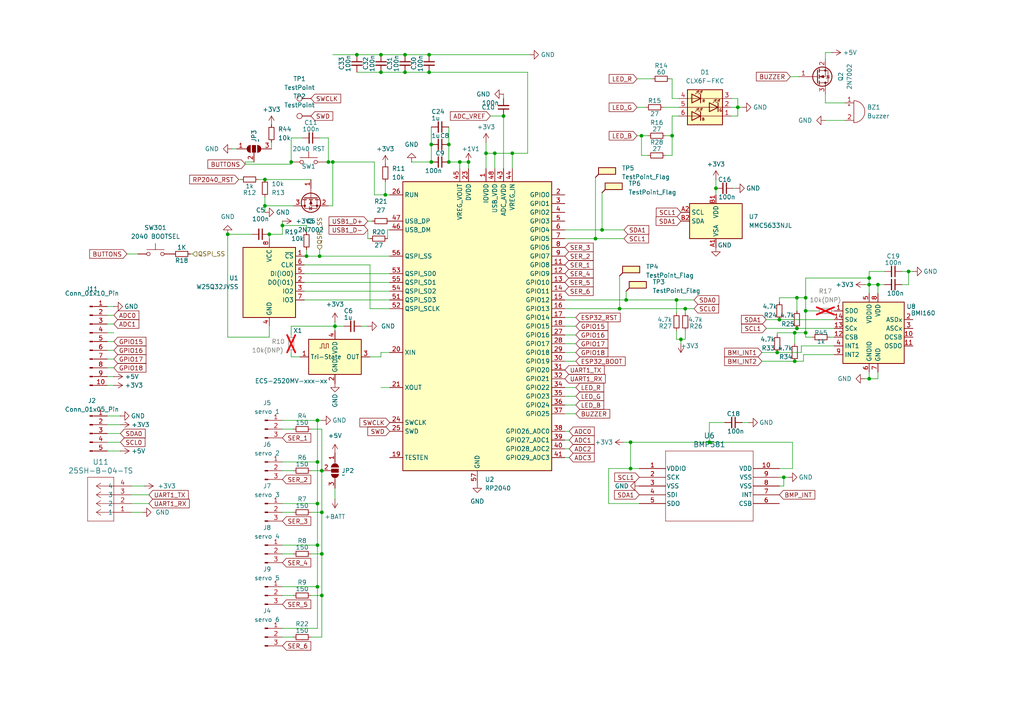
<source format=kicad_sch>
(kicad_sch (version 20231120) (generator "eeschema") (generator_version "8.0")
  (paper "A4")
  (junction (at 135.89 46.99))
  (junction (at 254.635 82.55))
  (junction (at 130.175 46.99))
  (junction (at 227.33 138.43))
  (junction (at 231.14 86.36))
  (junction (at 111.76 56.515))
  (junction (at 198.755 89.535))
  (junction (at 117.475 20.955))
  (junction (at 186.055 39.37))
  (junction (at 181.61 86.995))
  (junction (at 182.88 135.89))
  (junction (at 140.97 44.45))
  (junction (at 207.645 54.61))
  (junction (at 110.49 20.955))
  (junction (at 197.485 98.425))
  (junction (at 196.215 86.995))
  (junction (at 182.88 128.27))
  (junction (at 92.075 158.115))
  (junction (at 226.06 92.71))
  (junction (at 179.705 89.535))
  (junction (at 92.075 133.985))
  (junction (at 117.475 15.875))
  (junction (at 225.425 102.235))
  (junction (at 110.49 15.875))
  (junction (at 95.25 46.99))
  (junction (at 81.915 65.405))
  (junction (at 124.46 15.875))
  (junction (at 213.995 31.115))
  (junction (at 148.59 44.45))
  (junction (at 78.105 67.945))
  (junction (at 194.945 39.37))
  (junction (at 84.455 46.99))
  (junction (at 96.52 46.99))
  (junction (at 92.075 121.92))
  (junction (at 233.68 96.52))
  (junction (at 92.075 170.18))
  (junction (at 93.345 136.525))
  (junction (at 146.05 33.655))
  (junction (at 88.9 74.295))
  (junction (at 233.68 90.17))
  (junction (at 130.175 41.91))
  (junction (at 124.46 20.955))
  (junction (at 125.095 46.99))
  (junction (at 230.505 96.52))
  (junction (at 231.14 95.25))
  (junction (at 143.51 44.45))
  (junction (at 252.095 109.855))
  (junction (at 97.155 94.615))
  (junction (at 205.74 128.27))
  (junction (at 66.04 67.945))
  (junction (at 93.345 172.72))
  (junction (at 125.095 41.91))
  (junction (at 252.095 82.55))
  (junction (at 76.835 59.69))
  (junction (at 133.35 46.99))
  (junction (at 263.525 78.74))
  (junction (at 93.345 160.655))
  (junction (at 93.345 148.59))
  (junction (at 172.72 69.215))
  (junction (at 252.095 80.645))
  (junction (at 92.075 146.05))
  (junction (at 92.71 74.295))
  (junction (at 174.625 66.675))
  (junction (at 76.835 52.07))
  (junction (at 230.505 104.775))
  (junction (at 103.505 15.875))
  (junction (at 233.68 86.36))
  (wire (pts (xy 88.265 74.295) (xy 88.9 74.295)))
  (wire (pts (xy 194.945 45.085) (xy 194.945 39.37)))
  (wire (pts (xy 81.915 136.525) (xy 85.09 136.525)))
  (wire (pts (xy 103.505 15.875) (xy 110.49 15.875)))
  (wire (pts (xy 231.14 86.36) (xy 233.68 86.36)))
  (wire (pts (xy 222.25 92.71) (xy 226.06 92.71)))
  (wire (pts (xy 213.995 33.655) (xy 213.995 31.115)))
  (wire (pts (xy 239.395 15.24) (xy 239.395 17.145)))
  (wire (pts (xy 229.235 22.225) (xy 231.775 22.225)))
  (wire (pts (xy 33.02 109.22) (xy 31.115 109.22)))
  (wire (pts (xy 31.115 104.14) (xy 33.02 104.14)))
  (wire (pts (xy 93.345 124.46) (xy 93.345 136.525)))
  (wire (pts (xy 106.68 69.215) (xy 106.68 66.675)))
  (wire (pts (xy 92.71 72.39) (xy 92.71 74.295)))
  (wire (pts (xy 107.315 103.505) (xy 110.49 103.505)))
  (wire (pts (xy 167.005 102.235) (xy 163.83 102.235)))
  (wire (pts (xy 88.9 65.405) (xy 81.915 65.405)))
  (wire (pts (xy 31.115 91.44) (xy 33.02 91.44)))
  (wire (pts (xy 198.755 98.425) (xy 197.485 98.425)))
  (wire (pts (xy 196.215 98.425) (xy 196.215 95.885)))
  (wire (pts (xy 31.115 93.98) (xy 33.02 93.98)))
  (wire (pts (xy 130.175 36.83) (xy 130.175 41.91)))
  (wire (pts (xy 71.12 46.99) (xy 73.66 46.99)))
  (wire (pts (xy 163.83 69.215) (xy 172.72 69.215)))
  (wire (pts (xy 92.075 121.92) (xy 92.075 133.985)))
  (wire (pts (xy 241.3 15.24) (xy 239.395 15.24)))
  (wire (pts (xy 148.59 44.45) (xy 153.035 44.45)))
  (wire (pts (xy 92.075 146.05) (xy 81.915 146.05)))
  (wire (pts (xy 84.455 102.235) (xy 84.455 103.505)))
  (wire (pts (xy 117.475 20.955) (xy 124.46 20.955)))
  (wire (pts (xy 92.075 158.115) (xy 92.075 146.05)))
  (wire (pts (xy 167.005 104.775) (xy 163.83 104.775)))
  (wire (pts (xy 81.915 133.985) (xy 92.075 133.985)))
  (wire (pts (xy 110.49 112.395) (xy 113.03 112.395)))
  (wire (pts (xy 88.9 74.295) (xy 92.71 74.295)))
  (wire (pts (xy 81.915 170.18) (xy 92.075 170.18)))
  (wire (pts (xy 230.505 96.52) (xy 233.68 96.52)))
  (wire (pts (xy 182.88 135.89) (xy 182.88 128.27)))
  (wire (pts (xy 229.87 135.89) (xy 226.06 135.89)))
  (wire (pts (xy 227.33 138.43) (xy 228.6 138.43)))
  (wire (pts (xy 92.71 74.295) (xy 113.03 74.295)))
  (wire (pts (xy 33.02 88.9) (xy 31.115 88.9)))
  (wire (pts (xy 193.04 45.085) (xy 194.945 45.085)))
  (wire (pts (xy 194.945 22.86) (xy 194.31 22.86)))
  (wire (pts (xy 125.095 36.83) (xy 125.095 41.91)))
  (wire (pts (xy 76.835 52.07) (xy 90.17 52.07)))
  (wire (pts (xy 97.155 144.78) (xy 97.155 141.605)))
  (wire (pts (xy 252.095 82.55) (xy 254.635 82.55)))
  (wire (pts (xy 87.63 40.005) (xy 84.455 40.005)))
  (wire (pts (xy 78.74 41.275) (xy 78.74 43.18)))
  (wire (pts (xy 233.68 96.52) (xy 233.68 97.79)))
  (wire (pts (xy 43.18 146.05) (xy 38.1 146.05)))
  (wire (pts (xy 31.115 99.06) (xy 33.02 99.06)))
  (wire (pts (xy 76.835 59.69) (xy 85.09 59.69)))
  (wire (pts (xy 43.18 143.51) (xy 38.1 143.51)))
  (wire (pts (xy 90.17 136.525) (xy 93.345 136.525)))
  (wire (pts (xy 240.665 97.79) (xy 241.935 97.79)))
  (wire (pts (xy 213.36 54.61) (xy 212.725 54.61)))
  (wire (pts (xy 230.505 96.52) (xy 230.505 99.695)))
  (wire (pts (xy 107.95 64.135) (xy 106.68 64.135)))
  (wire (pts (xy 163.83 130.175) (xy 165.1 130.175)))
  (wire (pts (xy 226.06 86.36) (xy 231.14 86.36)))
  (wire (pts (xy 167.005 117.475) (xy 163.83 117.475)))
  (wire (pts (xy 197.485 99.695) (xy 197.485 98.425)))
  (wire (pts (xy 66.04 97.79) (xy 66.04 67.945)))
  (wire (pts (xy 93.345 136.525) (xy 93.345 148.59)))
  (wire (pts (xy 84.455 97.155) (xy 84.455 94.615)))
  (wire (pts (xy 254.635 109.855) (xy 252.095 109.855)))
  (wire (pts (xy 233.045 104.775) (xy 233.045 102.87)))
  (wire (pts (xy 111.76 56.515) (xy 111.76 52.705)))
  (wire (pts (xy 167.005 94.615) (xy 163.83 94.615)))
  (wire (pts (xy 194.945 33.655) (xy 196.85 33.655)))
  (wire (pts (xy 97.155 94.615) (xy 97.155 95.885)))
  (wire (pts (xy 66.04 67.945) (xy 73.025 67.945)))
  (wire (pts (xy 130.175 41.91) (xy 130.175 46.99)))
  (wire (pts (xy 233.68 97.79) (xy 235.585 97.79)))
  (wire (pts (xy 34.925 125.73) (xy 31.115 125.73)))
  (wire (pts (xy 213.995 28.575) (xy 213.995 31.115)))
  (wire (pts (xy 110.49 20.955) (xy 117.475 20.955)))
  (wire (pts (xy 263.525 82.55) (xy 263.525 78.74)))
  (wire (pts (xy 142.24 33.655) (xy 146.05 33.655)))
  (wire (pts (xy 117.475 15.875) (xy 124.46 15.875)))
  (wire (pts (xy 179.705 89.535) (xy 163.83 89.535)))
  (wire (pts (xy 67.31 43.18) (xy 68.58 43.18)))
  (wire (pts (xy 163.83 66.675) (xy 174.625 66.675)))
  (wire (pts (xy 81.915 65.405) (xy 81.915 64.135)))
  (wire (pts (xy 88.9 72.39) (xy 88.9 74.295)))
  (wire (pts (xy 231.14 86.36) (xy 231.14 90.17)))
  (wire (pts (xy 233.045 102.87) (xy 241.935 102.87)))
  (wire (pts (xy 222.25 95.25) (xy 231.14 95.25)))
  (wire (pts (xy 95.25 59.69) (xy 96.52 59.69)))
  (wire (pts (xy 97.155 93.345) (xy 97.155 94.615)))
  (wire (pts (xy 194.945 39.37) (xy 193.04 39.37)))
  (wire (pts (xy 41.275 148.59) (xy 38.1 148.59)))
  (wire (pts (xy 256.54 78.74) (xy 252.095 78.74)))
  (wire (pts (xy 96.52 59.69) (xy 96.52 46.99)))
  (wire (pts (xy 85.09 148.59) (xy 81.915 148.59)))
  (wire (pts (xy 108.585 56.515) (xy 108.585 46.99)))
  (wire (pts (xy 167.005 92.075) (xy 163.83 92.075)))
  (wire (pts (xy 167.005 97.155) (xy 163.83 97.155)))
  (wire (pts (xy 187.96 45.085) (xy 186.055 45.085)))
  (wire (pts (xy 90.17 172.72) (xy 93.345 172.72)))
  (wire (pts (xy 71.12 47.625) (xy 84.455 47.625)))
  (wire (pts (xy 74.93 52.07) (xy 76.835 52.07)))
  (wire (pts (xy 81.915 121.92) (xy 92.075 121.92)))
  (wire (pts (xy 217.17 122.555) (xy 215.265 122.555)))
  (wire (pts (xy 34.925 123.19) (xy 31.115 123.19)))
  (wire (pts (xy 205.74 122.555) (xy 205.74 128.27)))
  (wire (pts (xy 97.155 94.615) (xy 99.695 94.615)))
  (wire (pts (xy 81.915 182.245) (xy 92.075 182.245)))
  (wire (pts (xy 163.83 125.095) (xy 165.1 125.095)))
  (wire (pts (xy 252.095 80.645) (xy 252.095 82.55)))
  (wire (pts (xy 78.105 69.215) (xy 78.105 67.945)))
  (wire (pts (xy 227.33 140.97) (xy 227.33 138.43)))
  (wire (pts (xy 125.095 41.91) (xy 125.095 46.99)))
  (wire (pts (xy 135.89 46.99) (xy 133.35 46.99)))
  (wire (pts (xy 213.995 31.115) (xy 212.09 31.115)))
  (wire (pts (xy 263.525 78.74) (xy 264.795 78.74)))
  (wire (pts (xy 229.87 128.27) (xy 229.87 135.89)))
  (wire (pts (xy 254.635 82.55) (xy 254.635 85.09)))
  (wire (pts (xy 95.25 46.99) (xy 94.615 46.99)))
  (wire (pts (xy 226.06 87.63) (xy 226.06 86.36)))
  (wire (pts (xy 76.835 59.69) (xy 76.835 57.15)))
  (wire (pts (xy 90.17 148.59) (xy 93.345 148.59)))
  (wire (pts (xy 55.245 73.66) (xy 55.88 73.66)))
  (wire (pts (xy 176.53 146.05) (xy 176.53 135.89)))
  (wire (pts (xy 124.46 20.955) (xy 153.035 20.955)))
  (wire (pts (xy 261.62 82.55) (xy 263.525 82.55)))
  (wire (pts (xy 81.915 158.115) (xy 92.075 158.115)))
  (wire (pts (xy 95.25 40.005) (xy 95.25 46.99)))
  (wire (pts (xy 107.315 89.535) (xy 113.03 89.535)))
  (wire (pts (xy 106.68 94.615) (xy 104.775 94.615)))
  (wire (pts (xy 252.095 109.855) (xy 252.095 107.95)))
  (wire (pts (xy 81.915 67.945) (xy 78.105 67.945)))
  (wire (pts (xy 205.74 128.27) (xy 229.87 128.27)))
  (wire (pts (xy 92.075 182.245) (xy 92.075 170.18)))
  (wire (pts (xy 185.42 146.05) (xy 176.53 146.05)))
  (wire (pts (xy 212.09 33.655) (xy 213.995 33.655)))
  (wire (pts (xy 186.055 45.085) (xy 186.055 39.37)))
  (wire (pts (xy 163.83 127.635) (xy 165.1 127.635)))
  (wire (pts (xy 225.425 102.235) (xy 232.41 102.235)))
  (wire (pts (xy 96.52 46.99) (xy 95.25 46.99)))
  (wire (pts (xy 226.06 138.43) (xy 227.33 138.43)))
  (wire (pts (xy 207.645 54.61) (xy 207.645 56.515)))
  (wire (pts (xy 233.68 90.17) (xy 236.855 90.17)))
  (wire (pts (xy 140.97 44.45) (xy 143.51 44.45)))
  (wire (pts (xy 31.115 106.68) (xy 33.02 106.68)))
  (wire (pts (xy 184.785 39.37) (xy 186.055 39.37)))
  (wire (pts (xy 215.265 31.115) (xy 213.995 31.115)))
  (wire (pts (xy 230.505 104.775) (xy 233.045 104.775)))
  (wire (pts (xy 167.005 114.935) (xy 163.83 114.935)))
  (wire (pts (xy 88.265 84.455) (xy 113.03 84.455)))
  (wire (pts (xy 92.71 40.005) (xy 95.25 40.005)))
  (wire (pts (xy 174.625 55.88) (xy 174.625 66.675)))
  (wire (pts (xy 174.625 66.675) (xy 180.975 66.675)))
  (wire (pts (xy 254.635 107.95) (xy 254.635 109.855)))
  (wire (pts (xy 140.97 48.895) (xy 140.97 44.45)))
  (wire (pts (xy 194.945 28.575) (xy 196.85 28.575)))
  (wire (pts (xy 192.405 31.115) (xy 196.85 31.115)))
  (wire (pts (xy 167.005 120.015) (xy 163.83 120.015)))
  (wire (pts (xy 107.315 69.215) (xy 106.68 69.215)))
  (wire (pts (xy 71.12 47.625) (xy 71.12 46.99)))
  (wire (pts (xy 112.395 66.675) (xy 113.03 66.675)))
  (wire (pts (xy 124.46 15.875) (xy 153.67 15.875)))
  (wire (pts (xy 179.705 80.01) (xy 179.705 89.535)))
  (wire (pts (xy 196.215 98.425) (xy 197.485 98.425)))
  (wire (pts (xy 207.645 52.07) (xy 207.645 54.61)))
  (wire (pts (xy 143.51 44.45) (xy 143.51 48.895)))
  (wire (pts (xy 112.395 69.215) (xy 112.395 66.675)))
  (wire (pts (xy 167.005 112.395) (xy 163.83 112.395)))
  (wire (pts (xy 110.49 103.505) (xy 110.49 102.235)))
  (wire (pts (xy 93.345 121.92) (xy 92.075 121.92)))
  (wire (pts (xy 92.075 133.985) (xy 92.075 146.05)))
  (wire (pts (xy 172.72 51.435) (xy 172.72 69.215)))
  (wire (pts (xy 196.215 86.995) (xy 201.295 86.995)))
  (wire (pts (xy 96.52 15.875) (xy 103.505 15.875)))
  (wire (pts (xy 196.215 90.805) (xy 196.215 86.995)))
  (wire (pts (xy 31.115 96.52) (xy 33.02 96.52)))
  (wire (pts (xy 110.49 15.875) (xy 117.475 15.875)))
  (wire (pts (xy 81.915 160.655) (xy 85.09 160.655)))
  (wire (pts (xy 254.635 82.55) (xy 256.54 82.55)))
  (wire (pts (xy 146.05 27.305) (xy 146.05 28.575)))
  (wire (pts (xy 34.925 120.65) (xy 31.115 120.65)))
  (wire (pts (xy 84.455 47.625) (xy 84.455 46.99)))
  (wire (pts (xy 226.06 92.71) (xy 241.935 92.71)))
  (wire (pts (xy 103.505 20.955) (xy 110.49 20.955)))
  (wire (pts (xy 176.53 135.89) (xy 182.88 135.89)))
  (wire (pts (xy 181.61 84.455) (xy 181.61 86.995)))
  (wire (pts (xy 196.215 86.995) (xy 181.61 86.995)))
  (wire (pts (xy 172.72 69.215) (xy 180.975 69.215)))
  (wire (pts (xy 225.425 96.52) (xy 230.505 96.52)))
  (wire (pts (xy 186.055 39.37) (xy 187.96 39.37)))
  (wire (pts (xy 143.51 44.45) (xy 148.59 44.45)))
  (wire (pts (xy 107.315 76.835) (xy 107.315 89.535)))
  (wire (pts (xy 233.68 90.17) (xy 233.68 96.52)))
  (wire (pts (xy 108.585 56.515) (xy 111.76 56.515)))
  (wire (pts (xy 252.095 78.74) (xy 252.095 80.645)))
  (wire (pts (xy 250.825 109.855) (xy 252.095 109.855)))
  (wire (pts (xy 233.68 80.645) (xy 233.68 86.36)))
  (wire (pts (xy 33.02 111.76) (xy 31.115 111.76)))
  (wire (pts (xy 92.075 170.18) (xy 92.075 158.115)))
  (wire (pts (xy 34.925 128.27) (xy 31.115 128.27)))
  (wire (pts (xy 239.395 27.305) (xy 239.395 29.845)))
  (wire (pts (xy 205.74 122.555) (xy 210.185 122.555)))
  (wire (pts (xy 198.755 89.535) (xy 179.705 89.535)))
  (wire (pts (xy 220.98 102.235) (xy 225.425 102.235)))
  (wire (pts (xy 252.095 80.645) (xy 233.68 80.645)))
  (wire (pts (xy 93.345 172.72) (xy 93.345 184.785)))
  (wire (pts (xy 140.97 41.275) (xy 140.97 44.45)))
  (wire (pts (xy 88.265 79.375) (xy 113.03 79.375)))
  (wire (pts (xy 88.9 67.31) (xy 88.9 65.405)))
  (wire (pts (xy 93.345 160.655) (xy 93.345 172.72)))
  (wire (pts (xy 84.455 103.505) (xy 86.995 103.505)))
  (wire (pts (xy 165.1 132.715) (xy 163.83 132.715)))
  (wire (pts (xy 88.265 81.915) (xy 113.03 81.915)))
  (wire (pts (xy 41.91 140.97) (xy 38.1 140.97)))
  (wire (pts (xy 69.215 52.07) (xy 69.85 52.07)))
  (wire (pts (xy 81.915 184.785) (xy 85.09 184.785)))
  (wire (pts (xy 194.945 39.37) (xy 194.945 33.655)))
  (wire (pts (xy 84.455 40.005) (xy 84.455 46.99)))
  (wire (pts (xy 90.17 124.46) (xy 93.345 124.46)))
  (wire (pts (xy 167.005 99.695) (xy 163.83 99.695)))
  (wire (pts (xy 184.785 22.86) (xy 189.23 22.86)))
  (wire (pts (xy 184.785 31.115) (xy 187.325 31.115)))
  (wire (pts (xy 198.755 90.805) (xy 198.755 89.535)))
  (wire (pts (xy 81.915 172.72) (xy 85.09 172.72)))
  (wire (pts (xy 31.115 101.6) (xy 33.02 101.6)))
  (wire (pts (xy 110.49 102.235) (xy 113.03 102.235)))
  (wire (pts (xy 84.455 94.615) (xy 97.155 94.615)))
  (wire (pts (xy 34.925 130.81) (xy 31.115 130.81)))
  (wire (pts (xy 201.295 89.535) (xy 198.755 89.535)))
  (wire (pts (xy 108.585 46.99) (xy 96.52 46.99)))
  (wire (pts (xy 135.89 48.895) (xy 135.89 46.99)))
  (wire (pts (xy 185.42 135.89) (xy 182.88 135.89)))
  (wire (pts (xy 148.59 44.45) (xy 148.59 48.895)))
  (wire (pts (xy 220.98 104.775) (xy 230.505 104.775)))
  (wire (pts (xy 181.61 86.995) (xy 163.83 86.995)))
  (wire (pts (xy 198.755 95.885) (xy 198.755 98.425)))
  (wire (pts (xy 78.105 97.79) (xy 66.04 97.79)))
  (wire (pts (xy 239.395 29.845) (xy 245.11 29.845)))
  (wire (pts (xy 133.35 46.99) (xy 133.35 48.895)))
  (wire (pts (xy 239.395 34.925) (xy 245.11 34.925)))
  (wire (pts (xy 180.975 128.27) (xy 182.88 128.27)))
  (wire (pts (xy 130.175 46.99) (xy 133.35 46.99)))
  (wire (pts (xy 261.62 78.74) (xy 263.525 78.74)))
  (wire (pts (xy 225.425 96.52) (xy 225.425 97.155)))
  (wire (pts (xy 232.41 100.33) (xy 241.935 100.33)))
  (wire (pts (xy 232.41 102.235) (xy 232.41 100.33)))
  (wire (pts (xy 90.17 184.785) (xy 93.345 184.785)))
  (wire (pts (xy 76.835 61.595) (xy 76.835 59.69)))
  (wire (pts (xy 194.945 28.575) (xy 194.945 22.86)))
  (wire (pts (xy 252.095 82.55) (xy 252.095 85.09)))
  (wire (pts (xy 212.09 28.575) (xy 213.995 28.575)))
  (wire (pts (xy 182.88 128.27) (xy 205.74 128.27)))
  (wire (pts (xy 231.14 95.25) (xy 241.935 95.25)))
  (wire (pts (xy 119.38 46.99) (xy 125.095 46.99)))
  (wire (pts (xy 107.315 76.835) (xy 88.265 76.835)))
  (wire (pts (xy 88.265 86.995) (xy 113.03 86.995)))
  (wire (pts (xy 78.105 94.615) (xy 78.105 97.79)))
  (wire (pts (xy 250.825 82.55) (xy 252.095 82.55)))
  (wire (pts (xy 146.05 33.655) (xy 146.05 48.895)))
  (wire (pts (xy 153.035 20.955) (xy 153.035 44.45)))
  (wire (pts (xy 111.76 56.515) (xy 113.03 56.515)))
  (wire (pts (xy 36.83 73.66) (xy 40.005 73.66)))
  (wire (pts (xy 81.915 124.46) (xy 85.09 124.46)))
  (wire (pts (xy 233.68 86.36) (xy 233.68 90.17)))
  (wire (pts (xy 226.06 140.97) (xy 227.33 140.97)))
  (wire (pts (xy 93.345 148.59) (xy 93.345 160.655)))
  (wire (pts (xy 81.915 67.945) (xy 81.915 65.405)))
  (wire (pts (xy 90.17 160.655) (xy 93.345 160.655)))
  (global_label "BMI_INT1" (shape input) (at 220.98 102.235 180) (property "Intersheetrefs" "${INTERSHEET_REFS}" (effects (hide yes))))
  (global_label "LED_B" (shape input) (at 167.005 117.475 0) (property "Intersheetrefs" "${INTERSHEET_REFS}" (effects (hide yes))))
  (global_label "SER_5" (shape input) (at 81.915 175.26 0) (property "Intersheetrefs" "${INTERSHEET_REFS}" (effects (hide yes))))
  (global_label "RP2040_RST" (shape input) (at 69.215 52.07 180) (property "Intersheetrefs" "${INTERSHEET_REFS}" (effects (hide yes))))
  (global_label "SCL0" (shape input) (at 201.295 89.535 0) (property "Intersheetrefs" "${INTERSHEET_REFS}" (effects (hide yes))))
  (global_label "BMI_INT2" (shape input) (at 220.98 104.775 180) (property "Intersheetrefs" "${INTERSHEET_REFS}" (effects (hide yes))))
  (global_label "ESP32_BOOT" (shape input) (at 167.005 104.775 0) (property "Intersheetrefs" "${INTERSHEET_REFS}" (effects (hide yes))))
  (global_label "SDA1" (shape input) (at 185.42 143.51 180) (property "Intersheetrefs" "${INTERSHEET_REFS}" (effects (hide yes))))
  (global_label "GPIO15" (shape input) (at 167.005 94.615 0) (property "Intersheetrefs" "${INTERSHEET_REFS}" (effects (hide yes))))
  (global_label "UART1_TX" (shape input) (at 163.83 107.315 0) (property "Intersheetrefs" "${INTERSHEET_REFS}" (effects (hide yes))))
  (global_label "GPIO15" (shape input) (at 33.02 99.06 0) (property "Intersheetrefs" "${INTERSHEET_REFS}" (effects (hide yes))))
  (global_label "SER_5" (shape input) (at 163.83 81.915 0) (property "Intersheetrefs" "${INTERSHEET_REFS}" (effects (hide yes))))
  (global_label "UART1_TX" (shape input) (at 43.18 143.51 0) (property "Intersheetrefs" "${INTERSHEET_REFS}" (effects (hide yes))))
  (global_label "UART1_RX" (shape input) (at 163.83 109.855 0) (property "Intersheetrefs" "${INTERSHEET_REFS}" (effects (hide yes))))
  (global_label "LED_R" (shape input) (at 184.785 22.86 180) (property "Intersheetrefs" "${INTERSHEET_REFS}" (effects (hide yes))))
  (global_label "SER_1" (shape input) (at 81.915 127 0) (property "Intersheetrefs" "${INTERSHEET_REFS}" (effects (hide yes))))
  (global_label "SWCLK" (shape input) (at 90.17 28.575 0) (property "Intersheetrefs" "${INTERSHEET_REFS}" (effects (hide yes))))
  (global_label "ADC0" (shape input) (at 165.1 125.095 0) (property "Intersheetrefs" "${INTERSHEET_REFS}" (effects (hide yes))))
  (global_label "LED_G" (shape input) (at 167.005 114.935 0) (property "Intersheetrefs" "${INTERSHEET_REFS}" (effects (hide yes))))
  (global_label "BUTTONS" (shape input) (at 71.12 47.625 180) (property "Intersheetrefs" "${INTERSHEET_REFS}" (effects (hide yes))))
  (global_label "LED_G" (shape input) (at 184.785 31.115 180) (property "Intersheetrefs" "${INTERSHEET_REFS}" (effects (hide yes))))
  (global_label "SDA0" (shape input) (at 201.295 86.995 0) (property "Intersheetrefs" "${INTERSHEET_REFS}" (effects (hide yes))))
  (global_label "GPIO16" (shape input) (at 33.02 101.6 0) (property "Intersheetrefs" "${INTERSHEET_REFS}" (effects (hide yes))))
  (global_label "SER_3" (shape input) (at 81.915 151.13 0) (property "Intersheetrefs" "${INTERSHEET_REFS}" (effects (hide yes))))
  (global_label "SWCLK" (shape input) (at 113.03 122.555 180) (property "Intersheetrefs" "${INTERSHEET_REFS}" (effects (hide yes))))
  (global_label "LED_R" (shape input) (at 167.005 112.395 0) (property "Intersheetrefs" "${INTERSHEET_REFS}" (effects (hide yes))))
  (global_label "SCL0" (shape input) (at 34.925 128.27 0) (property "Intersheetrefs" "${INTERSHEET_REFS}" (effects (hide yes))))
  (global_label "GPIO16" (shape input) (at 167.005 97.155 0) (property "Intersheetrefs" "${INTERSHEET_REFS}" (effects (hide yes))))
  (global_label "SCL1" (shape input) (at 185.42 138.43 180) (property "Intersheetrefs" "${INTERSHEET_REFS}" (effects (hide yes))))
  (global_label "SWD" (shape input) (at 113.03 125.095 180) (property "Intersheetrefs" "${INTERSHEET_REFS}" (effects (hide yes))))
  (global_label "ADC0" (shape input) (at 33.02 91.44 0) (property "Intersheetrefs" "${INTERSHEET_REFS}" (effects (hide yes))))
  (global_label "SCL1" (shape input) (at 197.485 61.595 180) (property "Intersheetrefs" "${INTERSHEET_REFS}" (effects (hide yes))))
  (global_label "SER_1" (shape input) (at 163.83 76.835 0) (property "Intersheetrefs" "${INTERSHEET_REFS}" (effects (hide yes))))
  (global_label "SCL1" (shape input) (at 222.25 95.25 180) (property "Intersheetrefs" "${INTERSHEET_REFS}" (effects (hide yes))))
  (global_label "SCL1" (shape input) (at 180.975 69.215 0) (property "Intersheetrefs" "${INTERSHEET_REFS}" (effects (hide yes))))
  (global_label "GPIO18" (shape input) (at 33.02 106.68 0) (property "Intersheetrefs" "${INTERSHEET_REFS}" (effects (hide yes))))
  (global_label "SER_2" (shape input) (at 163.83 74.295 0) (property "Intersheetrefs" "${INTERSHEET_REFS}" (effects (hide yes))))
  (global_label "ESP32_RST" (shape input) (at 167.005 92.075 0) (property "Intersheetrefs" "${INTERSHEET_REFS}" (effects (hide yes))))
  (global_label "ADC3" (shape input) (at 165.1 132.715 0) (property "Intersheetrefs" "${INTERSHEET_REFS}" (effects (hide yes))))
  (global_label "SER_2" (shape input) (at 81.915 139.065 0) (property "Intersheetrefs" "${INTERSHEET_REFS}" (effects (hide yes))))
  (global_label "ADC1" (shape input) (at 33.02 93.98 0) (property "Intersheetrefs" "${INTERSHEET_REFS}" (effects (hide yes))))
  (global_label "SWD" (shape input) (at 90.17 33.655 0) (property "Intersheetrefs" "${INTERSHEET_REFS}" (effects (hide yes))))
  (global_label "BUZZER" (shape input) (at 229.235 22.225 180) (property "Intersheetrefs" "${INTERSHEET_REFS}" (effects (hide yes))))
  (global_label "BMP_INT" (shape input) (at 226.06 143.51 0) (property "Intersheetrefs" "${INTERSHEET_REFS}" (effects (hide yes))))
  (global_label "ADC1" (shape input) (at 165.1 127.635 0) (property "Intersheetrefs" "${INTERSHEET_REFS}" (effects (hide yes))))
  (global_label "SER_6" (shape input) (at 81.915 187.325 0) (property "Intersheetrefs" "${INTERSHEET_REFS}" (effects (hide yes))))
  (global_label "BUTTONS" (shape input) (at 36.83 73.66 180) (property "Intersheetrefs" "${INTERSHEET_REFS}" (effects (hide yes))))
  (global_label "SER_6" (shape input) (at 163.83 84.455 0) (property "Intersheetrefs" "${INTERSHEET_REFS}" (effects (hide yes))))
  (global_label "ADC_VREF" (shape input) (at 142.24 33.655 180) (property "Intersheetrefs" "${INTERSHEET_REFS}" (effects (hide yes))))
  (global_label "GPIO17" (shape input) (at 167.005 99.695 0) (property "Intersheetrefs" "${INTERSHEET_REFS}" (effects (hide yes))))
  (global_label "SER_4" (shape input) (at 81.915 163.195 0) (property "Intersheetrefs" "${INTERSHEET_REFS}" (effects (hide yes))))
  (global_label "SER_3" (shape input) (at 163.83 71.755 0) (property "Intersheetrefs" "${INTERSHEET_REFS}" (effects (hide yes))))
  (global_label "GPIO17" (shape input) (at 33.02 104.14 0) (property "Intersheetrefs" "${INTERSHEET_REFS}" (effects (hide yes))))
  (global_label "GPIO18" (shape input) (at 167.005 102.235 0) (property "Intersheetrefs" "${INTERSHEET_REFS}" (effects (hide yes))))
  (global_label "ADC2" (shape input) (at 165.1 130.175 0) (property "Intersheetrefs" "${INTERSHEET_REFS}" (effects (hide yes))))
  (global_label "BUZZER" (shape input) (at 167.005 120.015 0) (property "Intersheetrefs" "${INTERSHEET_REFS}" (effects (hide yes))))
  (global_label "SER_4" (shape input) (at 163.83 79.375 0) (property "Intersheetrefs" "${INTERSHEET_REFS}" (effects (hide yes))))
  (global_label "SDA0" (shape input) (at 34.925 125.73 0) (property "Intersheetrefs" "${INTERSHEET_REFS}" (effects (hide yes))))
  (global_label "SDA1" (shape input) (at 197.485 64.135 180) (property "Intersheetrefs" "${INTERSHEET_REFS}" (effects (hide yes))))
  (global_label "USB1_D+" (shape input) (at 106.68 64.135 180) (property "Intersheetrefs" "${INTERSHEET_REFS}" (effects (hide yes))))
  (global_label "UART1_RX" (shape input) (at 43.18 146.05 0) (property "Intersheetrefs" "${INTERSHEET_REFS}" (effects (hide yes))))
  (global_label "SDA1" (shape input) (at 222.25 92.71 180) (property "Intersheetrefs" "${INTERSHEET_REFS}" (effects (hide yes))))
  (global_label "LED_B" (shape input) (at 184.785 39.37 180) (property "Intersheetrefs" "${INTERSHEET_REFS}" (effects (hide yes))))
  (global_label "SDA1" (shape input) (at 180.975 66.675 0) (property "Intersheetrefs" "${INTERSHEET_REFS}" (effects (hide yes))))
  (global_label "USB1_D-" (shape input) (at 106.68 66.675 180) (property "Intersheetrefs" "${INTERSHEET_REFS}" (effects (hide yes))))
  (hierarchical_label "QSPI_SS" (shape input) (at 55.88 73.66 0))
  (hierarchical_label "QSPI_SS" (shape input) (at 92.71 72.39 90))
  (symbol (lib_id "Device:R_Small") (at 87.63 124.46 90) (unit 1)
    (property "Reference" "R4" (at 87.63 120.65 90))
    (property "Value" "150" (at 87.63 122.555 90))
    (property "Footprint" "Resistor_SMD:R_0603_1608Metric_Pad0.98x0.95mm_HandSolder" (effects (hide yes)))
    (property "Description" "Resistor, small symbol" (effects (hide yes)))
  )
  (symbol (lib_id "Connector:Conn_01x03_Pin") (at 76.835 136.525 0) (unit 1)
    (property "Reference" "J6" (at 77.47 128.905 0))
    (property "Value" "servo 2" (at 77.47 131.445 0))
    (property "Footprint" "Connector_PinHeader_2.54mm:PinHeader_1x03_P2.54mm_Vertical" (effects (hide yes)))
    (property "Description" "Generic connector, single row, 01x03, script generated" (effects (hide yes)))
  )
  (symbol (lib_id "power:GND") (at 215.265 31.115 90) (unit 1)
    (property "Reference" "#PWR035" (effects (hide yes)))
    (property "Value" "GND" (at 218.44 31.1149 90) (effects (justify right)))
    (property "Description" "Power symbol creates a global label with name \"GND\" , ground" (effects (hide yes)))
  )
  (symbol (lib_id "power:GND") (at 264.795 78.74 90) (unit 1)
    (property "Reference" "#PWR037" (effects (hide yes)))
    (property "Value" "GND" (at 269.875 78.74 90))
    (property "Description" "Power symbol creates a global label with name \"GND\" , ground" (effects (hide yes)))
  )
  (symbol (lib_id "power:+3V3") (at 180.975 128.27 90) (unit 1)
    (property "Reference" "#PWR027" (effects (hide yes)))
    (property "Value" "+3V3" (at 177.8 128.2699 90) (effects (justify left)))
    (property "Description" "Power symbol creates a global label with name \"+3V3\"" (effects (hide yes)))
  )
  (symbol (lib_id "power:+3V3") (at 78.74 36.195 0) (unit 1)
    (property "Reference" "#PWR051" (effects (hide yes)))
    (property "Value" "+3V3" (at 78.74 31.75 0))
    (property "Description" "Power symbol creates a global label with name \"+3V3\"" (effects (hide yes)))
  )
  (symbol (lib_id "Connector:Conn_01x03_Pin") (at 76.835 172.72 0) (unit 1)
    (property "Reference" "J9" (at 77.47 165.1 0))
    (property "Value" "servo 5" (at 77.47 167.64 0))
    (property "Footprint" "Connector_PinHeader_2.54mm:PinHeader_1x03_P2.54mm_Vertical" (effects (hide yes)))
    (property "Description" "Generic connector, single row, 01x03, script generated" (effects (hide yes)))
  )
  (symbol (lib_id "Device:C_Small") (at 259.08 78.74 270) (unit 1)
    (property "Reference" "C19" (at 259.08 74.295 90))
    (property "Value" "100n" (at 259.08 76.2 90))
    (property "Footprint" "Capacitor_SMD:C_0603_1608Metric_Pad1.08x0.95mm_HandSolder" (effects (hide yes)))
    (property "Description" "Unpolarized capacitor, small symbol" (effects (hide yes)))
  )
  (symbol (lib_id "Device:R_Small") (at 189.865 31.115 90) (unit 1)
    (property "Reference" "R15" (at 189.865 29.21 90))
    (property "Value" "27" (at 189.865 33.02 90))
    (property "Footprint" "Resistor_SMD:R_0603_1608Metric_Pad0.98x0.95mm_HandSolder" (effects (hide yes)))
    (property "Description" "Resistor, small symbol" (effects (hide yes)))
  )
  (symbol (lib_id "power:+5V") (at 97.155 131.445 0) (unit 1)
    (property "Reference" "#PWR012" (effects (hide yes)))
    (property "Value" "+5V" (at 97.155 126.365 0))
    (property "Description" "Power symbol creates a global label with name \"+5V\"" (effects (hide yes)))
  )
  (symbol (lib_id "Connector:Conn_01x03_Pin") (at 76.835 124.46 0) (unit 1)
    (property "Reference" "J5" (at 77.47 116.84 0))
    (property "Value" "servo 1" (at 77.47 119.38 0))
    (property "Footprint" "Connector_PinHeader_2.54mm:PinHeader_1x03_P2.54mm_Vertical" (effects (hide yes)))
    (property "Description" "Generic connector, single row, 01x03, script generated" (effects (hide yes)))
  )
  (symbol (lib_id "Connector:TestPoint_Flag") (at 179.705 80.01 0) (unit 1)
    (property "Reference" "TP4" (at 187.325 77.3429 0) (effects (justify left)))
    (property "Value" "TestPoint_Flag" (at 187.325 79.8829 0) (effects (justify left)))
    (property "Footprint" "TestPoint:TestPoint_Pad_1.5x1.5mm" (effects (hide yes)))
    (property "Description" "test point (alternative flag-style design)" (effects (hide yes)))
  )
  (symbol (lib_id "LED:CLX6F-FKC") (at 204.47 31.115 0) (unit 1)
    (property "Reference" "D1" (at 204.47 20.955 0))
    (property "Value" "CLX6F-FKC" (at 204.47 23.495 0))
    (property "Footprint" "LED_SMD:LED_RGB_PLCC-6" (effects (hide yes)))
    (property "Datasheet" "https://assets.cree-led.com/a/ds/h/HB-CLX6F-FKC.pdf" (effects (hide yes)))
    (property "Description" "RGB LED, PLCC-6 " (effects (hide yes)))
  )
  (symbol (lib_id "power:+3V3") (at 140.97 41.275 0) (unit 1)
    (property "Reference" "#PWR024" (effects (hide yes)))
    (property "Value" "+3V3" (at 140.97 36.83 0))
    (property "Description" "Power symbol creates a global label with name \"+3V3\"" (effects (hide yes)))
  )
  (symbol (lib_id "Device:R_Small") (at 225.425 99.695 180) (unit 1)
    (property "Reference" "R33" (at 224.79 100.965 0) (effects (justify left)))
    (property "Value" "4.7k" (at 224.79 98.425 0) (effects (justify left)))
    (property "Footprint" "Resistor_SMD:R_0603_1608Metric_Pad0.98x0.95mm_HandSolder" (effects (hide yes)))
    (property "Description" "Resistor, small symbol" (effects (hide yes)))
  )
  (symbol (lib_id "Device:C_Small") (at 110.49 18.415 0) (unit 1)
    (property "Reference" "C32" (at 106.045 18.415 90))
    (property "Value" "100n" (at 107.95 18.415 90))
    (property "Footprint" "Capacitor_SMD:C_0603_1608Metric_Pad1.08x0.95mm_HandSolder" (effects (hide yes)))
    (property "Description" "Unpolarized capacitor, small symbol" (effects (hide yes)))
  )
  (symbol (lib_id "power:+3V3") (at 207.645 52.07 0) (unit 1)
    (property "Reference" "#PWR032" (effects (hide yes)))
    (property "Value" "+3V3" (at 207.645 47.625 0))
    (property "Description" "Power symbol creates a global label with name \"+3V3\"" (effects (hide yes)))
  )
  (symbol (lib_id "power:+3V3") (at 41.91 140.97 270) (unit 1)
    (property "Reference" "#PWR0302" (effects (hide yes)))
    (property "Value" "+3V3" (at 45.72 140.9699 90) (effects (justify left)))
    (property "Description" "Power symbol creates a global label with name \"+3V3\"" (effects (hide yes)))
  )
  (symbol (lib_id "power:+3V3") (at 81.915 64.135 270) (unit 1)
    (property "Reference" "#PWR011" (effects (hide yes)))
    (property "Value" "+3V3" (at 85.725 64.1349 90) (effects (justify left)))
    (property "Description" "Power symbol creates a global label with name \"+3V3\"" (effects (hide yes)))
  )
  (symbol (lib_id "Device:R_Small") (at 72.39 52.07 90) (mirror x) (unit 1)
    (property "Reference" "R12" (at 72.39 55.88 90))
    (property "Value" "1k" (at 72.39 53.975 90))
    (property "Footprint" "Resistor_SMD:R_0603_1608Metric_Pad0.98x0.95mm_HandSolder" (effects (hide yes)))
    (property "Description" "Resistor, small symbol" (effects (hide yes)))
  )
  (symbol (lib_id "Connector:Conn_01x10_Pin") (at 26.035 99.06 0) (unit 1)
    (property "Reference" "J11" (at 26.67 83.82 0))
    (property "Value" "Conn_01x10_Pin" (at 26.67 85.09 0))
    (property "Footprint" "Connector_PinHeader_2.54mm:PinHeader_1x10_P2.54mm_Vertical" (effects (hide yes)))
    (property "Description" "Generic connector, single row, 01x10, script generated" (effects (hide yes)))
  )
  (symbol (lib_id "power:GND") (at 93.345 121.92 90) (unit 1)
    (property "Reference" "#PWR026" (effects (hide yes)))
    (property "Value" "GND" (at 98.425 121.92 90))
    (property "Description" "Power symbol creates a global label with name \"GND\" , ground" (effects (hide yes)))
  )
  (symbol (lib_id "Device:C_Small") (at 210.185 54.61 270) (unit 1)
    (property "Reference" "C16" (at 210.185 52.07 90))
    (property "Value" "100n" (at 210.82 57.15 90))
    (property "Footprint" "Capacitor_SMD:C_0603_1608Metric_Pad1.08x0.95mm_HandSolder" (effects (hide yes)))
    (property "Description" "Unpolarized capacitor, small symbol" (effects (hide yes)))
  )
  (symbol (lib_id "Connector:TestPoint") (at 90.17 28.575 90) (unit 1)
    (property "Reference" "TP1" (at 86.868 22.86 90))
    (property "Value" "TestPoint" (at 86.868 25.4 90))
    (property "Footprint" "TestPoint:TestPoint_Pad_D1.5mm" (effects (hide yes)))
    (property "Description" "test point" (effects (hide yes)))
  )
  (symbol (lib_id "Device:R_Small") (at 110.49 64.135 90) (unit 1)
    (property "Reference" "R21" (at 110.49 58.42 90))
    (property "Value" "27" (at 110.49 60.96 90))
    (property "Footprint" "Resistor_SMD:R_0603_1608Metric_Pad0.98x0.95mm_HandSolder" (effects (hide yes)))
    (property "Description" "Resistor, small symbol" (effects (hide yes)))
  )
  (symbol (lib_id "Connector:TestPoint_Flag") (at 181.61 84.455 0) (unit 1)
    (property "Reference" "TP3" (at 189.23 81.7879 0) (effects (justify left)))
    (property "Value" "TestPoint_Flag" (at 189.23 84.3279 0) (effects (justify left)))
    (property "Footprint" "TestPoint:TestPoint_Pad_1.5x1.5mm" (effects (hide yes)))
    (property "Description" "test point (alternative flag-style design)" (effects (hide yes)))
  )
  (symbol (lib_id "power:GND") (at 97.155 111.125 0) (unit 1)
    (property "Reference" "#PWR055" (effects (hide yes)))
    (property "Value" "GND" (at 97.155 116.205 90))
    (property "Description" "Power symbol creates a global label with name \"GND\" , ground" (effects (hide yes)))
  )
  (symbol (lib_id "Connector:Conn_01x03_Pin") (at 76.835 160.655 0) (unit 1)
    (property "Reference" "J8" (at 77.47 153.035 0))
    (property "Value" "servo 4" (at 77.47 155.575 0))
    (property "Footprint" "Connector_PinHeader_2.54mm:PinHeader_1x03_P2.54mm_Vertical" (effects (hide yes)))
    (property "Description" "Generic connector, single row, 01x03, script generated" (effects (hide yes)))
  )
  (symbol (lib_id "power:+3V3") (at 33.02 111.76 270) (unit 1)
    (property "Reference" "#PWR046" (effects (hide yes)))
    (property "Value" "+3V3" (at 36.195 111.7599 90) (effects (justify left)))
    (property "Description" "Power symbol creates a global label with name \"+3V3\"" (effects (hide yes)))
  )
  (symbol (lib_id "power:GND") (at 146.05 27.305 270) (unit 1)
    (property "Reference" "#PWR08" (effects (hide yes)))
    (property "Value" "GND" (at 142.24 27.3049 90) (effects (justify right)))
    (property "Description" "Power symbol creates a global label with name \"GND\" , ground" (effects (hide yes)))
  )
  (symbol (lib_id "power:GND") (at 119.38 46.99 180) (unit 1)
    (property "Reference" "#PWR021" (effects (hide yes)))
    (property "Value" "GND" (at 119.38 41.91 0))
    (property "Description" "Power symbol creates a global label with name \"GND\" , ground" (effects (hide yes)))
  )
  (symbol (lib_id "Memory_Flash:W25Q32JVSS") (at 78.105 81.915 0) (mirror y) (unit 1)
    (property "Reference" "U1" (at 69.215 80.6449 0) (effects (justify left)))
    (property "Value" "W25Q32JVSS" (at 69.215 83.1849 0) (effects (justify left)))
    (property "Footprint" "Package_SO:SOIC-8_5.23x5.23mm_P1.27mm" (effects (hide yes)))
    (property "Datasheet" "http://www.winbond.com/resource-files/w25q32jv%20revg%2003272018%20plus.pdf" (effects (hide yes)))
    (property "Description" "32Mb Serial Flash Memory, Standard/Dual/Quad SPI, SOIC-8" (effects (hide yes)))
  )
  (symbol (lib_id "Transistor_FET:2N7002") (at 236.855 22.225 0) (mirror x) (unit 1)
    (property "Reference" "Q2" (at 243.84 22.225 90))
    (property "Value" "2N7002" (at 246.38 22.225 90))
    (property "Footprint" "Package_TO_SOT_SMD:SOT-23" (effects (hide yes)))
    (property "Datasheet" "https://www.onsemi.com/pub/Collateral/NDS7002A-D.PDF" (effects (hide yes)))
    (property "Description" "0.115A Id, 60V Vds, N-Channel MOSFET, SOT-23" (effects (hide yes)))
  )
  (symbol (lib_id "Device:R_Small") (at 239.395 90.17 90) (unit 1) (dnp yes)
    (property "Reference" "R17" (at 239.395 84.455 90))
    (property "Value" "10k(DNP)" (at 239.395 86.995 90))
    (property "Footprint" "Resistor_SMD:R_0603_1608Metric_Pad0.98x0.95mm_HandSolder" (effects (hide yes)))
    (property "Description" "Resistor, small symbol" (effects (hide yes)))
  )
  (symbol (lib_id "power:GND") (at 66.04 67.945 180) (unit 1)
    (property "Reference" "#PWR010" (effects (hide yes)))
    (property "Value" "GND" (at 66.04 62.865 0))
    (property "Description" "Power symbol creates a global label with name \"GND\" , ground" (effects (hide yes)))
  )
  (symbol (lib_id "Device:C_Small") (at 212.725 122.555 270) (unit 1)
    (property "Reference" "C18" (at 212.725 120.015 90))
    (property "Value" "100n" (at 213.36 125.095 90))
    (property "Footprint" "Capacitor_SMD:C_0603_1608Metric_Pad1.08x0.95mm_HandSolder" (effects (hide yes)))
    (property "Description" "Unpolarized capacitor, small symbol" (effects (hide yes)))
  )
  (symbol (lib_id "Connector:TestPoint_Flag") (at 172.72 51.435 0) (unit 1)
    (property "Reference" "TP5" (at 180.34 48.7679 0) (effects (justify left)))
    (property "Value" "TestPoint_Flag" (at 180.34 51.3079 0) (effects (justify left)))
    (property "Footprint" "TestPoint:TestPoint_Pad_1.5x1.5mm" (effects (hide yes)))
    (property "Description" "test point (alternative flag-style design)" (effects (hide yes)))
  )
  (symbol (lib_id "power:+5V") (at 241.3 15.24 270) (unit 1)
    (property "Reference" "#PWR042" (effects (hide yes)))
    (property "Value" "+5V" (at 244.475 15.2399 90) (effects (justify left)))
    (property "Description" "Power symbol creates a global label with name \"+5V\"" (effects (hide yes)))
  )
  (symbol (lib_id "power:GND") (at 239.395 34.925 270) (unit 1)
    (property "Reference" "#PWR029" (effects (hide yes)))
    (property "Value" "GND" (at 235.585 34.9249 90) (effects (justify right)))
    (property "Description" "Power symbol creates a global label with name \"GND\" , ground" (effects (hide yes)))
  )
  (symbol (lib_id "Device:R_Small") (at 191.77 22.86 90) (unit 1)
    (property "Reference" "R14" (at 191.77 19.05 90))
    (property "Value" "60" (at 191.77 20.955 90))
    (property "Footprint" "Resistor_SMD:R_0603_1608Metric_Pad0.98x0.95mm_HandSolder" (effects (hide yes)))
    (property "Description" "Resistor, small symbol" (effects (hide yes)))
  )
  (symbol (lib_id "power:+5V") (at 34.925 130.81 270) (unit 1)
    (property "Reference" "#PWR044" (effects (hide yes)))
    (property "Value" "+5V" (at 38.1 130.8099 90) (effects (justify left)))
    (property "Description" "Power symbol creates a global label with name \"+5V\"" (effects (hide yes)))
  )
  (symbol (lib_id "Device:R_Small") (at 190.5 45.085 90) (unit 1)
    (property "Reference" "R28" (at 190.5 41.275 90))
    (property "Value" "27" (at 190.5 43.18 90))
    (property "Footprint" "Resistor_SMD:R_0603_1608Metric_Pad0.98x0.95mm_HandSolder" (effects (hide yes)))
    (property "Description" "Resistor, small symbol" (effects (hide yes)))
  )
  (symbol (lib_id "power:+BATT") (at 97.155 144.78 180) (unit 1)
    (property "Reference" "#PWR013" (effects (hide yes)))
    (property "Value" "+BATT" (at 97.155 149.86 0))
    (property "Description" "Power symbol creates a global label with name \"+BATT\"" (effects (hide yes)))
  )
  (symbol (lib_id "Device:R_Small") (at 84.455 99.695 0) (unit 1) (dnp yes)
    (property "Reference" "R10" (at 78.74 99.06 0) (effects (justify left)))
    (property "Value" "10k(DNP)" (at 73.025 101.6 0) (effects (justify left)))
    (property "Footprint" "Resistor_SMD:R_0603_1608Metric_Pad0.98x0.95mm_HandSolder" (effects (hide yes)))
    (property "Description" "Resistor, small symbol" (effects (hide yes)))
  )
  (symbol (lib_id "Connector:Conn_01x03_Pin") (at 76.835 184.785 0) (unit 1)
    (property "Reference" "J4" (at 77.47 177.165 0))
    (property "Value" "servo 6" (at 77.47 179.705 0))
    (property "Footprint" "Connector_PinHeader_2.54mm:PinHeader_1x03_P2.54mm_Vertical" (effects (hide yes)))
    (property "Description" "Generic connector, single row, 01x03, script generated" (effects (hide yes)))
  )
  (symbol (lib_id "Device:R_Small") (at 87.63 184.785 90) (unit 1)
    (property "Reference" "R22" (at 87.63 180.975 90))
    (property "Value" "150" (at 87.63 182.88 90))
    (property "Footprint" "Resistor_SMD:R_0603_1608Metric_Pad0.98x0.95mm_HandSolder" (effects (hide yes)))
    (property "Description" "Resistor, small symbol" (effects (hide yes)))
  )
  (symbol (lib_id "Device:R_Small") (at 198.755 93.345 180) (unit 1)
    (property "Reference" "R26" (at 203.835 94.615 0) (effects (justify left)))
    (property "Value" "4.7k" (at 203.835 92.71 0) (effects (justify left)))
    (property "Footprint" "Resistor_SMD:R_0603_1608Metric_Pad0.98x0.95mm_HandSolder" (effects (hide yes)))
    (property "Description" "Resistor, small symbol" (effects (hide yes)))
  )
  (symbol (lib_id "Device:C_Small") (at 127.635 36.83 270) (mirror x) (unit 1)
    (property "Reference" "C24" (at 125.095 32.385 90) (effects (justify left)))
    (property "Value" "1u" (at 125.095 34.29 90) (effects (justify left)))
    (property "Footprint" "Capacitor_SMD:C_0603_1608Metric_Pad1.08x0.95mm_HandSolder" (effects (hide yes)))
    (property "Description" "Unpolarized capacitor, small symbol" (effects (hide yes)))
  )
  (symbol (lib_id "Connector:Conn_01x05_Pin") (at 26.035 125.73 0) (unit 1)
    (property "Reference" "J2" (at 26.67 116.205 0))
    (property "Value" "Conn_01x05_Pin" (at 26.67 118.745 0))
    (property "Footprint" "Connector_PinHeader_2.54mm:PinHeader_1x05_P2.54mm_Vertical" (effects (hide yes)))
    (property "Description" "Generic connector, single row, 01x05, script generated" (effects (hide yes)))
  )
  (symbol (lib_id "Device:R_Small") (at 78.74 38.735 0) (unit 1)
    (property "Reference" "R44" (at 80.645 37.4649 0) (effects (justify left)))
    (property "Value" "10k" (at 80.645 40.0049 0) (effects (justify left)))
    (property "Footprint" "Resistor_SMD:R_0603_1608Metric_Pad0.98x0.95mm_HandSolder" (effects (hide yes)))
    (property "Description" "Resistor, small symbol" (effects (hide yes)))
  )
  (symbol (lib_id "power:GND") (at 153.67 15.875 90) (unit 1)
    (property "Reference" "#PWR025" (effects (hide yes)))
    (property "Value" "GND" (at 156.845 15.8749 90) (effects (justify right)))
    (property "Description" "Power symbol creates a global label with name \"GND\" , ground" (effects (hide yes)))
  )
  (symbol (lib_id "Device:R_Small") (at 87.63 136.525 90) (unit 1)
    (property "Reference" "R6" (at 87.63 132.715 90))
    (property "Value" "150" (at 87.63 134.62 90))
    (property "Footprint" "Resistor_SMD:R_0603_1608Metric_Pad0.98x0.95mm_HandSolder" (effects (hide yes)))
    (property "Description" "Resistor, small symbol" (effects (hide yes)))
  )
  (symbol (lib_id "Device:R_Small") (at 87.63 160.655 90) (unit 1)
    (property "Reference" "R8" (at 87.63 156.845 90))
    (property "Value" "150" (at 87.63 158.75 90))
    (property "Footprint" "Resistor_SMD:R_0603_1608Metric_Pad0.98x0.95mm_HandSolder" (effects (hide yes)))
    (property "Description" "Resistor, small symbol" (effects (hide yes)))
  )
  (symbol (lib_id "power:GND") (at 106.68 94.615 90) (unit 1)
    (property "Reference" "#PWR053" (effects (hide yes)))
    (property "Value" "GND" (at 110.49 94.6149 90) (effects (justify right)))
    (property "Description" "Power symbol creates a global label with name \"GND\" , ground" (effects (hide yes)))
  )
  (symbol (lib_id "Device:R_Small") (at 190.5 39.37 90) (unit 1)
    (property "Reference" "R16" (at 190.5 35.56 90))
    (property "Value" "27" (at 190.5 37.465 90))
    (property "Footprint" "Resistor_SMD:R_0603_1608Metric_Pad0.98x0.95mm_HandSolder" (effects (hide yes)))
    (property "Description" "Resistor, small symbol" (effects (hide yes)))
  )
  (symbol (lib_id "power:GND") (at 34.925 120.65 90) (unit 1)
    (property "Reference" "#PWR09" (effects (hide yes)))
    (property "Value" "GND" (at 40.005 120.65 90))
    (property "Description" "Power symbol creates a global label with name \"GND\" , ground" (effects (hide yes)))
  )
  (symbol (lib_id "Device:R_Small") (at 87.63 148.59 90) (unit 1)
    (property "Reference" "R7" (at 87.63 144.78 90))
    (property "Value" "150" (at 87.63 146.685 90))
    (property "Footprint" "Resistor_SMD:R_0603_1608Metric_Pad0.98x0.95mm_HandSolder" (effects (hide yes)))
    (property "Description" "Resistor, small symbol" (effects (hide yes)))
  )
  (symbol (lib_id "Sensor_Motion:BMI160") (at 254.635 95.25 0) (unit 1)
    (property "Reference" "U8" (at 262.89 88.9 0) (effects (justify left)))
    (property "Value" "BMI160" (at 264.16 90.805 0) (effects (justify left)))
    (property "Footprint" "Package_LGA:Bosch_LGA-14_3x2.5mm_P0.5mm" (effects (hide yes)))
    (property "Datasheet" "https://www.bosch-sensortec.com/media/boschsensortec/downloads/datasheets/bst-bmi160-ds000.pdf" (effects (hide yes)))
    (property "Description" "Small, low power inertial measurement unit, LGA-14" (effects (hide yes)))
  )
  (symbol (lib_id "Connector:TestPoint") (at 90.17 33.655 90) (unit 1)
    (property "Reference" "TP2" (at 86.868 27.94 90))
    (property "Value" "TestPoint" (at 86.868 30.48 90))
    (property "Footprint" "TestPoint:TestPoint_Pad_D1.5mm" (effects (hide yes)))
    (property "Description" "test point" (effects (hide yes)))
  )
  (symbol (lib_id "power:GND") (at 207.645 71.755 0) (unit 1)
    (property "Reference" "#PWR033" (effects (hide yes)))
    (property "Value" "GND" (at 210.185 71.12 0))
    (property "Description" "Power symbol creates a global label with name \"GND\" , ground" (effects (hide yes)))
  )
  (symbol (lib_id "Device:R_Small") (at 111.76 50.165 0) (unit 1)
    (property "Reference" "R11" (at 113.665 48.8949 0) (effects (justify left)))
    (property "Value" "10k" (at 113.665 51.4349 0) (effects (justify left)))
    (property "Footprint" "Resistor_SMD:R_0603_1608Metric_Pad0.98x0.95mm_HandSolder" (effects (hide yes)))
    (property "Description" "Resistor, small symbol" (effects (hide yes)))
  )
  (symbol (lib_id "power:+3V3") (at 111.76 47.625 0) (unit 1)
    (property "Reference" "#PWR018" (effects (hide yes)))
    (property "Value" "+3V3" (at 111.76 43.18 0))
    (property "Description" "Power symbol creates a global label with name \"+3V3\"" (effects (hide yes)))
  )
  (symbol (lib_id "Switch:SW_Push") (at 45.085 73.66 0) (unit 1)
    (property "Reference" "SW301" (at 45.085 66.04 0))
    (property "Value" "2040 BOOTSEL" (at 45.085 68.58 0))
    (property "Footprint" "Button_Switch_SMD:SW_Tactile_SPST_NO_Straight_CK_PTS636Sx25SMTRLFS" (effects (hide yes)))
    (property "Description" "Push button switch, generic, two pins" (effects (hide yes)))
  )
  (symbol (lib_id "Device:C_Small") (at 259.08 82.55 270) (unit 1)
    (property "Reference" "C12" (effects (hide yes)))
    (property "Value" "100n" (at 259.715 85.09 90))
    (property "Footprint" "Capacitor_SMD:C_0603_1608Metric_Pad1.08x0.95mm_HandSolder" (effects (hide yes)))
    (property "Description" "Unpolarized capacitor, small symbol" (effects (hide yes)))
  )
  (symbol (lib_id "Device:R_Small") (at 109.855 69.215 90) (unit 1)
    (property "Reference" "R20" (at 109.855 67.31 90))
    (property "Value" "27" (at 109.855 71.12 90))
    (property "Footprint" "Resistor_SMD:R_0603_1608Metric_Pad0.98x0.95mm_HandSolder" (effects (hide yes)))
    (property "Description" "Resistor, small symbol" (effects (hide yes)))
  )
  (symbol (lib_id "Device:R_Small") (at 196.215 93.345 180) (unit 1)
    (property "Reference" "R27" (at 194.945 94.615 0) (effects (justify left)))
    (property "Value" "4.7k" (at 194.945 92.71 0) (effects (justify left)))
    (property "Footprint" "Resistor_SMD:R_0603_1608Metric_Pad0.98x0.95mm_HandSolder" (effects (hide yes)))
    (property "Description" "Resistor, small symbol" (effects (hide yes)))
  )
  (symbol (lib_id "Device:C_Small") (at 127.635 41.91 270) (mirror x) (unit 1)
    (property "Reference" "C8" (at 127.635 39.37 90) (effects (justify left)))
    (property "Value" "1u" (at 125.095 39.37 90) (effects (justify left)))
    (property "Footprint" "Capacitor_SMD:C_0603_1608Metric_Pad1.08x0.95mm_HandSolder" (effects (hide yes)))
    (property "Description" "Unpolarized capacitor, small symbol" (effects (hide yes)))
  )
  (symbol (lib_id "power:+1V1") (at 135.89 46.99 0) (unit 1)
    (property "Reference" "#PWR022" (effects (hide yes)))
    (property "Value" "+1V1" (at 136.525 43.18 0))
    (property "Description" "Power symbol creates a global label with name \"+1V1\"" (effects (hide yes)))
  )
  (symbol (lib_id "2024-05-03_01-33-22:BMP581") (at 185.42 135.89 0) (unit 1)
    (property "Reference" "U6" (at 205.74 126.365 0) (effects (font (size 1.524 1.524))))
    (property "Value" "BMP581" (at 205.74 128.905 0) (effects (font (size 1.524 1.524))))
    (property "Footprint" "footprints:QFN10_BMP581_BOS" (effects (hide yes)))
    (property "Datasheet" "BMP581" (effects (hide yes)))
  )
  (symbol (lib_id "Device:C_Small") (at 117.475 18.415 0) (unit 1)
    (property "Reference" "C31" (at 113.03 18.415 90))
    (property "Value" "100n" (at 114.935 18.415 90))
    (property "Footprint" "Capacitor_SMD:C_0603_1608Metric_Pad1.08x0.95mm_HandSolder" (effects (hide yes)))
    (property "Description" "Unpolarized capacitor, small symbol" (effects (hide yes)))
  )
  (symbol (lib_id "Jumper:SolderJumper_3_Open") (at 97.155 136.525 270) (unit 1) (exclude_from_sim yes) (in_bom no)
    (property "Reference" "JP2" (at 99.06 136.525 90) (effects (justify left)))
    (property "Value" "~" (at 99.06 137.7949 90) (effects (justify left)))
    (property "Footprint" "Jumper:SolderJumper-3_P1.3mm_Open_RoundedPad1.0x1.5mm" (effects (hide yes)))
    (property "Description" "Solder Jumper, 3-pole, open" (effects (hide yes)))
  )
  (symbol (lib_id "power:GND") (at 250.825 109.855 270) (unit 1)
    (property "Reference" "#PWR031" (effects (hide yes)))
    (property "Value" "GND" (at 247.015 109.8549 90) (effects (justify right)))
    (property "Description" "Power symbol creates a global label with name \"GND\" , ground" (effects (hide yes)))
  )
  (symbol (lib_id "Device:R_Small") (at 230.505 102.235 180) (unit 1)
    (property "Reference" "R34" (at 229.87 103.505 0) (effects (justify left)))
    (property "Value" "4.7k" (at 229.87 100.965 0) (effects (justify left)))
    (property "Footprint" "Resistor_SMD:R_0603_1608Metric_Pad0.98x0.95mm_HandSolder" (effects (hide yes)))
    (property "Description" "Resistor, small symbol" (effects (hide yes)))
  )
  (symbol (lib_id "Device:Buzzer") (at 247.65 32.385 0) (unit 1)
    (property "Reference" "BZ1" (at 251.46 31.1149 0) (effects (justify left)))
    (property "Value" "Buzzer" (at 251.46 33.6549 0) (effects (justify left)))
    (property "Footprint" "Buzzer_Beeper:Buzzer_CUI_CPT-9019S-SMT" (effects (hide yes)))
    (property "Description" "Buzzer, polarized" (effects (hide yes)))
  )
  (symbol (lib_id "Device:R_Small") (at 226.06 90.17 180) (unit 1)
    (property "Reference" "R24" (at 225.425 91.44 0) (effects (justify left)))
    (property "Value" "4.7k" (at 225.425 88.9 0) (effects (justify left)))
    (property "Footprint" "Resistor_SMD:R_0603_1608Metric_Pad0.98x0.95mm_HandSolder" (effects (hide yes)))
    (property "Description" "Resistor, small symbol" (effects (hide yes)))
  )
  (symbol (lib_id "Device:C_Small") (at 124.46 18.415 0) (unit 1)
    (property "Reference" "C30" (at 120.015 18.415 90))
    (property "Value" "100n" (at 121.92 18.415 90))
    (property "Footprint" "Capacitor_SMD:C_0603_1608Metric_Pad1.08x0.95mm_HandSolder" (effects (hide yes)))
    (property "Description" "Unpolarized capacitor, small symbol" (effects (hide yes)))
  )
  (symbol (lib_id "Device:C_Small") (at 75.565 67.945 270) (unit 1)
    (property "Reference" "C5" (at 75.5586 60.96 90))
    (property "Value" "100n" (at 75.5586 63.5 90))
    (property "Footprint" "Capacitor_SMD:C_0603_1608Metric_Pad1.08x0.95mm_HandSolder" (effects (hide yes)))
    (property "Description" "Unpolarized capacitor, small symbol" (effects (hide yes)))
  )
  (symbol (lib_id "Jumper:SolderJumper_3_Open") (at 73.66 43.18 0) (unit 1) (exclude_from_sim yes) (in_bom no)
    (property "Reference" "JP3" (at 73.66 41.275 90) (effects (justify left)))
    (property "Value" "~" (at 74.9299 41.275 90) (effects (justify left)))
    (property "Footprint" "Jumper:SolderJumper-3_P1.3mm_Open_RoundedPad1.0x1.5mm" (effects (hide yes)))
    (property "Description" "Solder Jumper, 3-pole, open" (effects (hide yes)))
  )
  (symbol (lib_id "power:GND") (at 33.02 88.9 90) (unit 1)
    (property "Reference" "#PWR047" (effects (hide yes)))
    (property "Value" "GND" (at 38.1 88.9 90))
    (property "Description" "Power symbol creates a global label with name \"GND\" , ground" (effects (hide yes)))
  )
  (symbol (lib_id "Device:R_Small") (at 52.705 73.66 90) (unit 1)
    (property "Reference" "R18" (at 52.705 75.565 90))
    (property "Value" "1K" (at 52.705 71.755 90))
    (property "Footprint" "Resistor_SMD:R_0603_1608Metric_Pad0.98x0.95mm_HandSolder" (effects (hide yes)))
    (property "Description" "Resistor, small symbol" (effects (hide yes)))
  )
  (symbol (lib_id "Transistor_FET:2N7002") (at 90.17 57.15 90) (mirror x) (unit 1)
    (property "Reference" "Q5" (at 90.17 64.135 90))
    (property "Value" "2N7002" (at 90.17 66.675 90))
    (property "Footprint" "Package_TO_SOT_SMD:SOT-23" (effects (hide yes)))
    (property "Datasheet" "https://www.onsemi.com/pub/Collateral/NDS7002A-D.PDF" (effects (hide yes)))
    (property "Description" "0.115A Id, 60V Vds, N-Channel MOSFET, SOT-23" (effects (hide yes)))
  )
  (symbol (lib_id "Connector:TestPoint_Flag") (at 174.625 55.88 0) (unit 1)
    (property "Reference" "TP6" (at 182.245 53.2129 0) (effects (justify left)))
    (property "Value" "TestPoint_Flag" (at 182.245 55.7529 0) (effects (justify left)))
    (property "Footprint" "TestPoint:TestPoint_Pad_1.5x1.5mm" (effects (hide yes)))
    (property "Description" "test point (alternative flag-style design)" (effects (hide yes)))
  )
  (symbol (lib_id "Device:C_Small") (at 146.05 31.115 180) (unit 1)
    (property "Reference" "C10" (at 141.605 31.115 0))
    (property "Value" "100n" (at 142.24 29.845 0))
    (property "Footprint" "Capacitor_SMD:C_0603_1608Metric_Pad1.08x0.95mm_HandSolder" (effects (hide yes)))
    (property "Description" "Unpolarized capacitor, small symbol" (effects (hide yes)))
  )
  (symbol (lib_id "Device:R_Small") (at 87.63 172.72 90) (unit 1)
    (property "Reference" "R9" (at 87.63 168.91 90))
    (property "Value" "150" (at 87.63 170.815 90))
    (property "Footprint" "Resistor_SMD:R_0603_1608Metric_Pad0.98x0.95mm_HandSolder" (effects (hide yes)))
    (property "Description" "Resistor, small symbol" (effects (hide yes)))
  )
  (symbol (lib_id "power:+3V3") (at 250.825 82.55 90) (unit 1)
    (property "Reference" "#PWR030" (effects (hide yes)))
    (property "Value" "+3V3" (at 247.65 82.5499 90) (effects (justify left)))
    (property "Description" "Power symbol creates a global label with name \"+3V3\"" (effects (hide yes)))
  )
  (symbol (lib_id "MCU_RaspberryPi:RP2040") (at 138.43 94.615 0) (unit 1)
    (property "Reference" "U2" (at 140.6241 139.065 0) (effects (justify left)))
    (property "Value" "RP2040" (at 140.6241 141.605 0) (effects (justify left)))
    (property "Footprint" "Package_DFN_QFN:QFN-56-1EP_7x7mm_P0.4mm_EP3.2x3.2mm" (effects (hide yes)))
    (property "Datasheet" "https://datasheets.raspberrypi.com/rp2040/rp2040-datasheet.pdf" (effects (hide yes)))
    (property "Description" "A microcontroller by Raspberry Pi" (effects (hide yes)))
  )
  (symbol (lib_id "power:GND") (at 67.31 43.18 270) (unit 1)
    (property "Reference" "#PWR017" (effects (hide yes)))
    (property "Value" "GND" (at 63.5 43.1799 90) (effects (justify right)))
    (property "Description" "Power symbol creates a global label with name \"GND\" , ground" (effects (hide yes)))
  )
  (symbol (lib_id "Switch:SW_Push") (at 89.535 46.99 0) (unit 1)
    (property "Reference" "SW1" (at 89.535 48.26 0))
    (property "Value" "2040 RST" (at 89.535 43.18 0))
    (property "Footprint" "Button_Switch_SMD:SW_Tactile_SPST_NO_Straight_CK_PTS636Sx25SMTRLFS" (effects (hide yes)))
    (property "Description" "Push button switch, generic, two pins" (effects (hide yes)))
  )
  (symbol (lib_id "Sensor_Magnetic:MMC5633NJL") (at 207.645 64.135 0) (unit 1)
    (property "Reference" "U7" (at 217.17 62.8649 0) (effects (justify left)))
    (property "Value" "MMC5633NJL" (at 217.17 65.4049 0) (effects (justify left)))
    (property "Footprint" "Package_BGA:WLP-4_0.86x0.86mm_P0.4mm" (effects (hide yes)))
    (property "Datasheet" "http://www.memsic.com/uploadfiles/2020/08/20200827165106864.pdf" (effects (hide yes)))
    (property "Description" "3-axis AMR Magnetometer, 30 G, I2C & I3C  Interface, 2mG RMS, WLP-4" (effects (hide yes)))
  )
  (symbol (lib_id "Device:C_Small") (at 127.635 46.99 270) (unit 1)
    (property "Reference" "C9" (at 127.635 44.45 90))
    (property "Value" "100n" (at 125.73 49.53 90))
    (property "Footprint" "Capacitor_SMD:C_0603_1608Metric_Pad1.08x0.95mm_HandSolder" (effects (hide yes)))
    (property "Description" "Unpolarized capacitor, small symbol" (effects (hide yes)))
  )
  (symbol (lib_id "power:+3V3") (at 197.485 99.695 180) (unit 1)
    (property "Reference" "#PWR039" (effects (hide yes)))
    (property "Value" "+3V3" (at 200.025 100.33 0))
    (property "Description" "Power symbol creates a global label with name \"+3V3\"" (effects (hide yes)))
  )
  (symbol (lib_id "power:GND") (at 228.6 138.43 90) (unit 1)
    (property "Reference" "#PWR038" (effects (hide yes)))
    (property "Value" "GND" (at 233.68 138.43 90))
    (property "Description" "Power symbol creates a global label with name \"GND\" , ground" (effects (hide yes)))
  )
  (symbol (lib_id "power:GND") (at 138.43 140.335 0) (unit 1)
    (property "Reference" "#PWR023" (effects (hide yes)))
    (property "Value" "GND" (at 138.43 145.415 0))
    (property "Description" "Power symbol creates a global label with name \"GND\" , ground" (effects (hide yes)))
  )
  (symbol (lib_id "Device:C_Small") (at 90.17 40.005 270) (unit 1)
    (property "Reference" "C11" (at 90.17 35.56 90))
    (property "Value" "100n" (at 90.17 37.465 90))
    (property "Footprint" "Capacitor_SMD:C_0603_1608Metric_Pad1.08x0.95mm_HandSolder" (effects (hide yes)))
    (property "Description" "Unpolarized capacitor, small symbol" (effects (hide yes)))
  )
  (symbol (lib_id "Connector:Conn_01x03_Pin") (at 76.835 148.59 0) (unit 1)
    (property "Reference" "J7" (at 77.47 140.97 0))
    (property "Value" "servo 3" (at 77.47 143.51 0))
    (property "Footprint" "Connector_PinHeader_2.54mm:PinHeader_1x03_P2.54mm_Vertical" (effects (hide yes)))
    (property "Description" "Generic connector, single row, 01x03, script generated" (effects (hide yes)))
  )
  (symbol (lib_id "power:+3V3") (at 97.155 93.345 0) (unit 1)
    (property "Reference" "#PWR054" (effects (hide yes)))
    (property "Value" "+3V3" (at 97.155 88.265 0))
    (property "Description" "Power symbol creates a global label with name \"+3V3\"" (effects (hide yes)))
  )
  (symbol (lib_id "Device:C_Small") (at 102.235 94.615 270) (mirror x) (unit 1)
    (property "Reference" "C6" (at 99.695 90.17 90) (effects (justify left)))
    (property "Value" "1u" (at 99.695 92.075 90) (effects (justify left)))
    (property "Footprint" "Capacitor_SMD:C_0603_1608Metric_Pad1.08x0.95mm_HandSolder" (effects (hide yes)))
    (property "Description" "Unpolarized capacitor, small symbol" (effects (hide yes)))
  )
  (symbol (lib_id "Device:C_Small") (at 103.505 18.415 0) (unit 1)
    (property "Reference" "C33" (at 99.06 18.415 90))
    (property "Value" "100n" (at 100.965 18.415 90))
    (property "Footprint" "Capacitor_SMD:C_0603_1608Metric_Pad1.08x0.95mm_HandSolder" (effects (hide yes)))
    (property "Description" "Unpolarized capacitor, small symbol" (effects (hide yes)))
  )
  (symbol (lib_id "power:+5V") (at 33.02 109.22 270) (unit 1)
    (property "Reference" "#PWR045" (effects (hide yes)))
    (property "Value" "+5V" (at 36.195 109.2199 90) (effects (justify left)))
    (property "Description" "Power symbol creates a global label with name \"+5V\"" (effects (hide yes)))
  )
  (symbol (lib_id "Device:R_Small") (at 238.125 97.79 90) (mirror x) (unit 1)
    (property "Reference" "R45" (at 238.125 96.52 90))
    (property "Value" "1k" (at 238.125 99.06 90))
    (property "Footprint" "Resistor_SMD:R_0603_1608Metric_Pad0.98x0.95mm_HandSolder" (effects (hide yes)))
    (property "Description" "Resistor, small symbol" (effects (hide yes)))
  )
  (symbol (lib_id "SH25_B_04_TS:25SH-B-04-TS") (at 38.1 148.59 180) (unit 1)
    (property "Reference" "U11" (at 29.21 133.985 0) (effects (font (size 1.524 1.524))))
    (property "Value" "25SH-B-04-TS" (at 29.21 136.525 0) (effects (font (size 1.524 1.524))))
    (property "Footprint" "25SH_B_04_TS_:CONN_25SH-B-04-TS_ADM" (effects (hide yes)))
    (property "Datasheet" "25SH-B-04-TS" (effects (hide yes)))
  )
  (symbol (lib_id "power:GND") (at 217.17 122.555 90) (unit 1)
    (property "Reference" "#PWR036" (effects (hide yes)))
    (property "Value" "GND" (at 222.25 122.555 90))
    (property "Description" "Power symbol creates a global label with name \"GND\" , ground" (effects (hide yes)))
  )
  (symbol (lib_id "power:GND") (at 185.42 140.97 270) (unit 1)
    (property "Reference" "#PWR028" (effects (hide yes)))
    (property "Value" "GND" (at 180.34 140.97 90))
    (property "Description" "Power symbol creates a global label with name \"GND\" , ground" (effects (hide yes)))
  )
  (symbol (lib_id "power:GND") (at 213.36 54.61 90) (unit 1)
    (property "Reference" "#PWR034" (effects (hide yes)))
    (property "Value" "GND" (at 218.44 54.61 90))
    (property "Description" "Power symbol creates a global label with name \"GND\" , ground" (effects (hide yes)))
  )
  (symbol (lib_id "power:GND") (at 41.275 148.59 90) (unit 1)
    (property "Reference" "#PWR0301" (effects (hide yes)))
    (property "Value" "GND" (at 45.085 148.5899 90) (effects (justify right)))
    (property "Description" "Power symbol creates a global label with name \"GND\" , ground" (effects (hide yes)))
  )
  (symbol (lib_id "power:+3V3") (at 34.925 123.19 270) (unit 1)
    (property "Reference" "#PWR043" (effects (hide yes)))
    (property "Value" "+3V3" (at 38.1 123.1899 90) (effects (justify left)))
    (property "Description" "Power symbol creates a global label with name \"+3V3\"" (effects (hide yes)))
  )
  (symbol (lib_id "power:GND") (at 76.835 61.595 90) (unit 1)
    (property "Reference" "#PWR050" (effects (hide yes)))
    (property "Value" "GND" (at 80.01 61.5949 90) (effects (justify right)))
    (property "Description" "Power symbol creates a global label with name \"GND\" , ground" (effects (hide yes)))
  )
  (symbol (lib_id "Device:R_Small") (at 231.14 92.71 180) (unit 1)
    (property "Reference" "R25" (at 230.505 93.98 0) (effects (justify left)))
    (property "Value" "4.7k" (at 230.505 91.44 0) (effects (justify left)))
    (property "Footprint" "Resistor_SMD:R_0603_1608Metric_Pad0.98x0.95mm_HandSolder" (effects (hide yes)))
    (property "Description" "Resistor, small symbol" (effects (hide yes)))
  )
  (symbol (lib_id "Oscillator:ECS-2520MV-xxx-xx") (at 97.155 103.505 0) (unit 1)
    (property "Reference" "X1" (at 86.36 95.885 0))
    (property "Value" "ECS-2520MV-xxx-xx" (at 84.455 110.49 0))
    (property "Footprint" "Oscillator:Oscillator_SMD_ECS_2520MV-xxx-xx-4Pin_2.5x2.0mm" (effects (hide yes)))
    (property "Datasheet" "https://www.ecsxtal.com/store/pdf/ECS-2520MV.pdf" (effects (hide yes)))
    (property "Description" "HCMOS Crystal Clock Oscillator, 2.5x2.0 mm SMD" (effects (hide yes)))
  )
  (symbol (lib_id "Device:R_Small") (at 76.835 54.61 0) (mirror x) (unit 1)
    (property "Reference" "R13" (at 78.74 55.8801 0) (effects (justify left)))
    (property "Value" "10k" (at 78.74 53.3401 0) (effects (justify left)))
    (property "Footprint" "Resistor_SMD:R_0603_1608Metric_Pad0.98x0.95mm_HandSolder" (effects (hide yes)))
    (property "Description" "Resistor, small symbol" (effects (hide yes)))
  )
  (symbol (lib_id "Device:R_Small") (at 88.9 69.85 0) (unit 1)
    (property "Reference" "R19" (at 82.55 67.31 0) (effects (justify left)))
    (property "Value" "10k" (at 84.455 69.215 0) (effects (justify left)))
    (property "Footprint" "Resistor_SMD:R_0603_1608Metric_Pad0.98x0.95mm_HandSolder" (effects (hide yes)))
    (property "Description" "Resistor, small symbol" (effects (hide yes)))
  )
)
</source>
